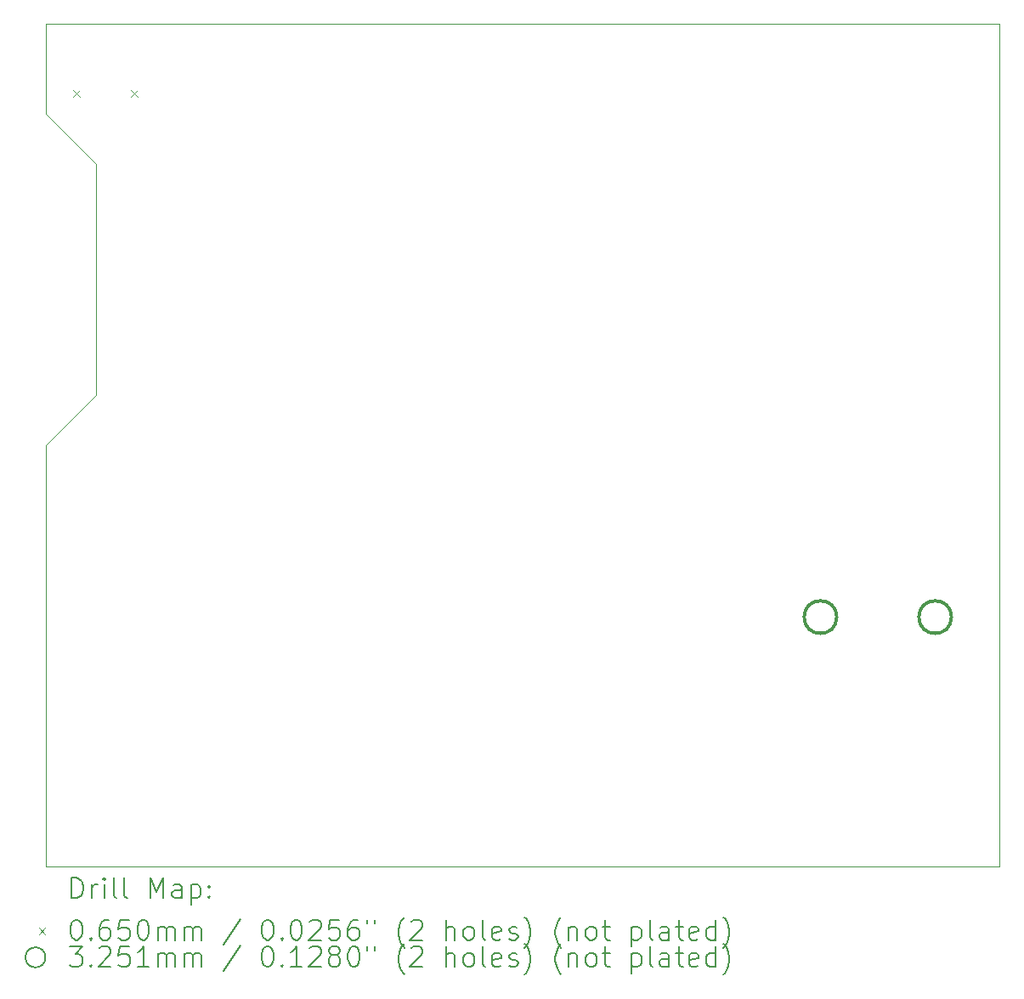
<source format=gbr>
%TF.GenerationSoftware,KiCad,Pcbnew,8.0.6-8.0.6-0~ubuntu24.04.1*%
%TF.CreationDate,2024-10-19T21:07:49+02:00*%
%TF.ProjectId,ESP_PLC,4553505f-504c-4432-9e6b-696361645f70,rev?*%
%TF.SameCoordinates,Original*%
%TF.FileFunction,Drillmap*%
%TF.FilePolarity,Positive*%
%FSLAX45Y45*%
G04 Gerber Fmt 4.5, Leading zero omitted, Abs format (unit mm)*
G04 Created by KiCad (PCBNEW 8.0.6-8.0.6-0~ubuntu24.04.1) date 2024-10-19 21:07:49*
%MOMM*%
%LPD*%
G01*
G04 APERTURE LIST*
%ADD10C,0.050000*%
%ADD11C,0.200000*%
%ADD12C,0.100000*%
%ADD13C,0.325120*%
G04 APERTURE END LIST*
D10*
X14200000Y-8100000D02*
X14200000Y-10400000D01*
X13700000Y-10900000D02*
X14200000Y-10400000D01*
X13700000Y-7600000D02*
X14200000Y-8100000D01*
X23200000Y-6700000D02*
X13700000Y-6700000D01*
X23200000Y-6700000D02*
X23200000Y-15100000D01*
X13700000Y-15100000D02*
X23200000Y-15100000D01*
X13700000Y-7600000D02*
X13700000Y-6700000D01*
X13700000Y-10900000D02*
X13700000Y-15100000D01*
D11*
D12*
X13973500Y-7365500D02*
X14038500Y-7430500D01*
X14038500Y-7365500D02*
X13973500Y-7430500D01*
X14551500Y-7365500D02*
X14616500Y-7430500D01*
X14616500Y-7365500D02*
X14551500Y-7430500D01*
D13*
X21581560Y-12614500D02*
G75*
G02*
X21256440Y-12614500I-162560J0D01*
G01*
X21256440Y-12614500D02*
G75*
G02*
X21581560Y-12614500I162560J0D01*
G01*
X22724560Y-12614500D02*
G75*
G02*
X22399440Y-12614500I-162560J0D01*
G01*
X22399440Y-12614500D02*
G75*
G02*
X22724560Y-12614500I162560J0D01*
G01*
D11*
X13958277Y-15413984D02*
X13958277Y-15213984D01*
X13958277Y-15213984D02*
X14005896Y-15213984D01*
X14005896Y-15213984D02*
X14034467Y-15223508D01*
X14034467Y-15223508D02*
X14053515Y-15242555D01*
X14053515Y-15242555D02*
X14063039Y-15261603D01*
X14063039Y-15261603D02*
X14072562Y-15299698D01*
X14072562Y-15299698D02*
X14072562Y-15328269D01*
X14072562Y-15328269D02*
X14063039Y-15366365D01*
X14063039Y-15366365D02*
X14053515Y-15385412D01*
X14053515Y-15385412D02*
X14034467Y-15404460D01*
X14034467Y-15404460D02*
X14005896Y-15413984D01*
X14005896Y-15413984D02*
X13958277Y-15413984D01*
X14158277Y-15413984D02*
X14158277Y-15280650D01*
X14158277Y-15318746D02*
X14167801Y-15299698D01*
X14167801Y-15299698D02*
X14177324Y-15290174D01*
X14177324Y-15290174D02*
X14196372Y-15280650D01*
X14196372Y-15280650D02*
X14215420Y-15280650D01*
X14282086Y-15413984D02*
X14282086Y-15280650D01*
X14282086Y-15213984D02*
X14272562Y-15223508D01*
X14272562Y-15223508D02*
X14282086Y-15233031D01*
X14282086Y-15233031D02*
X14291610Y-15223508D01*
X14291610Y-15223508D02*
X14282086Y-15213984D01*
X14282086Y-15213984D02*
X14282086Y-15233031D01*
X14405896Y-15413984D02*
X14386848Y-15404460D01*
X14386848Y-15404460D02*
X14377324Y-15385412D01*
X14377324Y-15385412D02*
X14377324Y-15213984D01*
X14510658Y-15413984D02*
X14491610Y-15404460D01*
X14491610Y-15404460D02*
X14482086Y-15385412D01*
X14482086Y-15385412D02*
X14482086Y-15213984D01*
X14739229Y-15413984D02*
X14739229Y-15213984D01*
X14739229Y-15213984D02*
X14805896Y-15356841D01*
X14805896Y-15356841D02*
X14872562Y-15213984D01*
X14872562Y-15213984D02*
X14872562Y-15413984D01*
X15053515Y-15413984D02*
X15053515Y-15309222D01*
X15053515Y-15309222D02*
X15043991Y-15290174D01*
X15043991Y-15290174D02*
X15024943Y-15280650D01*
X15024943Y-15280650D02*
X14986848Y-15280650D01*
X14986848Y-15280650D02*
X14967801Y-15290174D01*
X15053515Y-15404460D02*
X15034467Y-15413984D01*
X15034467Y-15413984D02*
X14986848Y-15413984D01*
X14986848Y-15413984D02*
X14967801Y-15404460D01*
X14967801Y-15404460D02*
X14958277Y-15385412D01*
X14958277Y-15385412D02*
X14958277Y-15366365D01*
X14958277Y-15366365D02*
X14967801Y-15347317D01*
X14967801Y-15347317D02*
X14986848Y-15337793D01*
X14986848Y-15337793D02*
X15034467Y-15337793D01*
X15034467Y-15337793D02*
X15053515Y-15328269D01*
X15148753Y-15280650D02*
X15148753Y-15480650D01*
X15148753Y-15290174D02*
X15167801Y-15280650D01*
X15167801Y-15280650D02*
X15205896Y-15280650D01*
X15205896Y-15280650D02*
X15224943Y-15290174D01*
X15224943Y-15290174D02*
X15234467Y-15299698D01*
X15234467Y-15299698D02*
X15243991Y-15318746D01*
X15243991Y-15318746D02*
X15243991Y-15375888D01*
X15243991Y-15375888D02*
X15234467Y-15394936D01*
X15234467Y-15394936D02*
X15224943Y-15404460D01*
X15224943Y-15404460D02*
X15205896Y-15413984D01*
X15205896Y-15413984D02*
X15167801Y-15413984D01*
X15167801Y-15413984D02*
X15148753Y-15404460D01*
X15329705Y-15394936D02*
X15339229Y-15404460D01*
X15339229Y-15404460D02*
X15329705Y-15413984D01*
X15329705Y-15413984D02*
X15320182Y-15404460D01*
X15320182Y-15404460D02*
X15329705Y-15394936D01*
X15329705Y-15394936D02*
X15329705Y-15413984D01*
X15329705Y-15290174D02*
X15339229Y-15299698D01*
X15339229Y-15299698D02*
X15329705Y-15309222D01*
X15329705Y-15309222D02*
X15320182Y-15299698D01*
X15320182Y-15299698D02*
X15329705Y-15290174D01*
X15329705Y-15290174D02*
X15329705Y-15309222D01*
D12*
X13632500Y-15710000D02*
X13697500Y-15775000D01*
X13697500Y-15710000D02*
X13632500Y-15775000D01*
D11*
X13996372Y-15633984D02*
X14015420Y-15633984D01*
X14015420Y-15633984D02*
X14034467Y-15643508D01*
X14034467Y-15643508D02*
X14043991Y-15653031D01*
X14043991Y-15653031D02*
X14053515Y-15672079D01*
X14053515Y-15672079D02*
X14063039Y-15710174D01*
X14063039Y-15710174D02*
X14063039Y-15757793D01*
X14063039Y-15757793D02*
X14053515Y-15795888D01*
X14053515Y-15795888D02*
X14043991Y-15814936D01*
X14043991Y-15814936D02*
X14034467Y-15824460D01*
X14034467Y-15824460D02*
X14015420Y-15833984D01*
X14015420Y-15833984D02*
X13996372Y-15833984D01*
X13996372Y-15833984D02*
X13977324Y-15824460D01*
X13977324Y-15824460D02*
X13967801Y-15814936D01*
X13967801Y-15814936D02*
X13958277Y-15795888D01*
X13958277Y-15795888D02*
X13948753Y-15757793D01*
X13948753Y-15757793D02*
X13948753Y-15710174D01*
X13948753Y-15710174D02*
X13958277Y-15672079D01*
X13958277Y-15672079D02*
X13967801Y-15653031D01*
X13967801Y-15653031D02*
X13977324Y-15643508D01*
X13977324Y-15643508D02*
X13996372Y-15633984D01*
X14148753Y-15814936D02*
X14158277Y-15824460D01*
X14158277Y-15824460D02*
X14148753Y-15833984D01*
X14148753Y-15833984D02*
X14139229Y-15824460D01*
X14139229Y-15824460D02*
X14148753Y-15814936D01*
X14148753Y-15814936D02*
X14148753Y-15833984D01*
X14329705Y-15633984D02*
X14291610Y-15633984D01*
X14291610Y-15633984D02*
X14272562Y-15643508D01*
X14272562Y-15643508D02*
X14263039Y-15653031D01*
X14263039Y-15653031D02*
X14243991Y-15681603D01*
X14243991Y-15681603D02*
X14234467Y-15719698D01*
X14234467Y-15719698D02*
X14234467Y-15795888D01*
X14234467Y-15795888D02*
X14243991Y-15814936D01*
X14243991Y-15814936D02*
X14253515Y-15824460D01*
X14253515Y-15824460D02*
X14272562Y-15833984D01*
X14272562Y-15833984D02*
X14310658Y-15833984D01*
X14310658Y-15833984D02*
X14329705Y-15824460D01*
X14329705Y-15824460D02*
X14339229Y-15814936D01*
X14339229Y-15814936D02*
X14348753Y-15795888D01*
X14348753Y-15795888D02*
X14348753Y-15748269D01*
X14348753Y-15748269D02*
X14339229Y-15729222D01*
X14339229Y-15729222D02*
X14329705Y-15719698D01*
X14329705Y-15719698D02*
X14310658Y-15710174D01*
X14310658Y-15710174D02*
X14272562Y-15710174D01*
X14272562Y-15710174D02*
X14253515Y-15719698D01*
X14253515Y-15719698D02*
X14243991Y-15729222D01*
X14243991Y-15729222D02*
X14234467Y-15748269D01*
X14529705Y-15633984D02*
X14434467Y-15633984D01*
X14434467Y-15633984D02*
X14424943Y-15729222D01*
X14424943Y-15729222D02*
X14434467Y-15719698D01*
X14434467Y-15719698D02*
X14453515Y-15710174D01*
X14453515Y-15710174D02*
X14501134Y-15710174D01*
X14501134Y-15710174D02*
X14520182Y-15719698D01*
X14520182Y-15719698D02*
X14529705Y-15729222D01*
X14529705Y-15729222D02*
X14539229Y-15748269D01*
X14539229Y-15748269D02*
X14539229Y-15795888D01*
X14539229Y-15795888D02*
X14529705Y-15814936D01*
X14529705Y-15814936D02*
X14520182Y-15824460D01*
X14520182Y-15824460D02*
X14501134Y-15833984D01*
X14501134Y-15833984D02*
X14453515Y-15833984D01*
X14453515Y-15833984D02*
X14434467Y-15824460D01*
X14434467Y-15824460D02*
X14424943Y-15814936D01*
X14663039Y-15633984D02*
X14682086Y-15633984D01*
X14682086Y-15633984D02*
X14701134Y-15643508D01*
X14701134Y-15643508D02*
X14710658Y-15653031D01*
X14710658Y-15653031D02*
X14720182Y-15672079D01*
X14720182Y-15672079D02*
X14729705Y-15710174D01*
X14729705Y-15710174D02*
X14729705Y-15757793D01*
X14729705Y-15757793D02*
X14720182Y-15795888D01*
X14720182Y-15795888D02*
X14710658Y-15814936D01*
X14710658Y-15814936D02*
X14701134Y-15824460D01*
X14701134Y-15824460D02*
X14682086Y-15833984D01*
X14682086Y-15833984D02*
X14663039Y-15833984D01*
X14663039Y-15833984D02*
X14643991Y-15824460D01*
X14643991Y-15824460D02*
X14634467Y-15814936D01*
X14634467Y-15814936D02*
X14624943Y-15795888D01*
X14624943Y-15795888D02*
X14615420Y-15757793D01*
X14615420Y-15757793D02*
X14615420Y-15710174D01*
X14615420Y-15710174D02*
X14624943Y-15672079D01*
X14624943Y-15672079D02*
X14634467Y-15653031D01*
X14634467Y-15653031D02*
X14643991Y-15643508D01*
X14643991Y-15643508D02*
X14663039Y-15633984D01*
X14815420Y-15833984D02*
X14815420Y-15700650D01*
X14815420Y-15719698D02*
X14824943Y-15710174D01*
X14824943Y-15710174D02*
X14843991Y-15700650D01*
X14843991Y-15700650D02*
X14872563Y-15700650D01*
X14872563Y-15700650D02*
X14891610Y-15710174D01*
X14891610Y-15710174D02*
X14901134Y-15729222D01*
X14901134Y-15729222D02*
X14901134Y-15833984D01*
X14901134Y-15729222D02*
X14910658Y-15710174D01*
X14910658Y-15710174D02*
X14929705Y-15700650D01*
X14929705Y-15700650D02*
X14958277Y-15700650D01*
X14958277Y-15700650D02*
X14977324Y-15710174D01*
X14977324Y-15710174D02*
X14986848Y-15729222D01*
X14986848Y-15729222D02*
X14986848Y-15833984D01*
X15082086Y-15833984D02*
X15082086Y-15700650D01*
X15082086Y-15719698D02*
X15091610Y-15710174D01*
X15091610Y-15710174D02*
X15110658Y-15700650D01*
X15110658Y-15700650D02*
X15139229Y-15700650D01*
X15139229Y-15700650D02*
X15158277Y-15710174D01*
X15158277Y-15710174D02*
X15167801Y-15729222D01*
X15167801Y-15729222D02*
X15167801Y-15833984D01*
X15167801Y-15729222D02*
X15177324Y-15710174D01*
X15177324Y-15710174D02*
X15196372Y-15700650D01*
X15196372Y-15700650D02*
X15224943Y-15700650D01*
X15224943Y-15700650D02*
X15243991Y-15710174D01*
X15243991Y-15710174D02*
X15253515Y-15729222D01*
X15253515Y-15729222D02*
X15253515Y-15833984D01*
X15643991Y-15624460D02*
X15472563Y-15881603D01*
X15901134Y-15633984D02*
X15920182Y-15633984D01*
X15920182Y-15633984D02*
X15939229Y-15643508D01*
X15939229Y-15643508D02*
X15948753Y-15653031D01*
X15948753Y-15653031D02*
X15958277Y-15672079D01*
X15958277Y-15672079D02*
X15967801Y-15710174D01*
X15967801Y-15710174D02*
X15967801Y-15757793D01*
X15967801Y-15757793D02*
X15958277Y-15795888D01*
X15958277Y-15795888D02*
X15948753Y-15814936D01*
X15948753Y-15814936D02*
X15939229Y-15824460D01*
X15939229Y-15824460D02*
X15920182Y-15833984D01*
X15920182Y-15833984D02*
X15901134Y-15833984D01*
X15901134Y-15833984D02*
X15882086Y-15824460D01*
X15882086Y-15824460D02*
X15872563Y-15814936D01*
X15872563Y-15814936D02*
X15863039Y-15795888D01*
X15863039Y-15795888D02*
X15853515Y-15757793D01*
X15853515Y-15757793D02*
X15853515Y-15710174D01*
X15853515Y-15710174D02*
X15863039Y-15672079D01*
X15863039Y-15672079D02*
X15872563Y-15653031D01*
X15872563Y-15653031D02*
X15882086Y-15643508D01*
X15882086Y-15643508D02*
X15901134Y-15633984D01*
X16053515Y-15814936D02*
X16063039Y-15824460D01*
X16063039Y-15824460D02*
X16053515Y-15833984D01*
X16053515Y-15833984D02*
X16043991Y-15824460D01*
X16043991Y-15824460D02*
X16053515Y-15814936D01*
X16053515Y-15814936D02*
X16053515Y-15833984D01*
X16186848Y-15633984D02*
X16205896Y-15633984D01*
X16205896Y-15633984D02*
X16224944Y-15643508D01*
X16224944Y-15643508D02*
X16234467Y-15653031D01*
X16234467Y-15653031D02*
X16243991Y-15672079D01*
X16243991Y-15672079D02*
X16253515Y-15710174D01*
X16253515Y-15710174D02*
X16253515Y-15757793D01*
X16253515Y-15757793D02*
X16243991Y-15795888D01*
X16243991Y-15795888D02*
X16234467Y-15814936D01*
X16234467Y-15814936D02*
X16224944Y-15824460D01*
X16224944Y-15824460D02*
X16205896Y-15833984D01*
X16205896Y-15833984D02*
X16186848Y-15833984D01*
X16186848Y-15833984D02*
X16167801Y-15824460D01*
X16167801Y-15824460D02*
X16158277Y-15814936D01*
X16158277Y-15814936D02*
X16148753Y-15795888D01*
X16148753Y-15795888D02*
X16139229Y-15757793D01*
X16139229Y-15757793D02*
X16139229Y-15710174D01*
X16139229Y-15710174D02*
X16148753Y-15672079D01*
X16148753Y-15672079D02*
X16158277Y-15653031D01*
X16158277Y-15653031D02*
X16167801Y-15643508D01*
X16167801Y-15643508D02*
X16186848Y-15633984D01*
X16329706Y-15653031D02*
X16339229Y-15643508D01*
X16339229Y-15643508D02*
X16358277Y-15633984D01*
X16358277Y-15633984D02*
X16405896Y-15633984D01*
X16405896Y-15633984D02*
X16424944Y-15643508D01*
X16424944Y-15643508D02*
X16434467Y-15653031D01*
X16434467Y-15653031D02*
X16443991Y-15672079D01*
X16443991Y-15672079D02*
X16443991Y-15691127D01*
X16443991Y-15691127D02*
X16434467Y-15719698D01*
X16434467Y-15719698D02*
X16320182Y-15833984D01*
X16320182Y-15833984D02*
X16443991Y-15833984D01*
X16624944Y-15633984D02*
X16529706Y-15633984D01*
X16529706Y-15633984D02*
X16520182Y-15729222D01*
X16520182Y-15729222D02*
X16529706Y-15719698D01*
X16529706Y-15719698D02*
X16548753Y-15710174D01*
X16548753Y-15710174D02*
X16596372Y-15710174D01*
X16596372Y-15710174D02*
X16615420Y-15719698D01*
X16615420Y-15719698D02*
X16624944Y-15729222D01*
X16624944Y-15729222D02*
X16634467Y-15748269D01*
X16634467Y-15748269D02*
X16634467Y-15795888D01*
X16634467Y-15795888D02*
X16624944Y-15814936D01*
X16624944Y-15814936D02*
X16615420Y-15824460D01*
X16615420Y-15824460D02*
X16596372Y-15833984D01*
X16596372Y-15833984D02*
X16548753Y-15833984D01*
X16548753Y-15833984D02*
X16529706Y-15824460D01*
X16529706Y-15824460D02*
X16520182Y-15814936D01*
X16805896Y-15633984D02*
X16767801Y-15633984D01*
X16767801Y-15633984D02*
X16748753Y-15643508D01*
X16748753Y-15643508D02*
X16739229Y-15653031D01*
X16739229Y-15653031D02*
X16720182Y-15681603D01*
X16720182Y-15681603D02*
X16710658Y-15719698D01*
X16710658Y-15719698D02*
X16710658Y-15795888D01*
X16710658Y-15795888D02*
X16720182Y-15814936D01*
X16720182Y-15814936D02*
X16729706Y-15824460D01*
X16729706Y-15824460D02*
X16748753Y-15833984D01*
X16748753Y-15833984D02*
X16786849Y-15833984D01*
X16786849Y-15833984D02*
X16805896Y-15824460D01*
X16805896Y-15824460D02*
X16815420Y-15814936D01*
X16815420Y-15814936D02*
X16824944Y-15795888D01*
X16824944Y-15795888D02*
X16824944Y-15748269D01*
X16824944Y-15748269D02*
X16815420Y-15729222D01*
X16815420Y-15729222D02*
X16805896Y-15719698D01*
X16805896Y-15719698D02*
X16786849Y-15710174D01*
X16786849Y-15710174D02*
X16748753Y-15710174D01*
X16748753Y-15710174D02*
X16729706Y-15719698D01*
X16729706Y-15719698D02*
X16720182Y-15729222D01*
X16720182Y-15729222D02*
X16710658Y-15748269D01*
X16901134Y-15633984D02*
X16901134Y-15672079D01*
X16977325Y-15633984D02*
X16977325Y-15672079D01*
X17272563Y-15910174D02*
X17263039Y-15900650D01*
X17263039Y-15900650D02*
X17243991Y-15872079D01*
X17243991Y-15872079D02*
X17234468Y-15853031D01*
X17234468Y-15853031D02*
X17224944Y-15824460D01*
X17224944Y-15824460D02*
X17215420Y-15776841D01*
X17215420Y-15776841D02*
X17215420Y-15738746D01*
X17215420Y-15738746D02*
X17224944Y-15691127D01*
X17224944Y-15691127D02*
X17234468Y-15662555D01*
X17234468Y-15662555D02*
X17243991Y-15643508D01*
X17243991Y-15643508D02*
X17263039Y-15614936D01*
X17263039Y-15614936D02*
X17272563Y-15605412D01*
X17339230Y-15653031D02*
X17348753Y-15643508D01*
X17348753Y-15643508D02*
X17367801Y-15633984D01*
X17367801Y-15633984D02*
X17415420Y-15633984D01*
X17415420Y-15633984D02*
X17434468Y-15643508D01*
X17434468Y-15643508D02*
X17443991Y-15653031D01*
X17443991Y-15653031D02*
X17453515Y-15672079D01*
X17453515Y-15672079D02*
X17453515Y-15691127D01*
X17453515Y-15691127D02*
X17443991Y-15719698D01*
X17443991Y-15719698D02*
X17329706Y-15833984D01*
X17329706Y-15833984D02*
X17453515Y-15833984D01*
X17691611Y-15833984D02*
X17691611Y-15633984D01*
X17777325Y-15833984D02*
X17777325Y-15729222D01*
X17777325Y-15729222D02*
X17767801Y-15710174D01*
X17767801Y-15710174D02*
X17748753Y-15700650D01*
X17748753Y-15700650D02*
X17720182Y-15700650D01*
X17720182Y-15700650D02*
X17701134Y-15710174D01*
X17701134Y-15710174D02*
X17691611Y-15719698D01*
X17901134Y-15833984D02*
X17882087Y-15824460D01*
X17882087Y-15824460D02*
X17872563Y-15814936D01*
X17872563Y-15814936D02*
X17863039Y-15795888D01*
X17863039Y-15795888D02*
X17863039Y-15738746D01*
X17863039Y-15738746D02*
X17872563Y-15719698D01*
X17872563Y-15719698D02*
X17882087Y-15710174D01*
X17882087Y-15710174D02*
X17901134Y-15700650D01*
X17901134Y-15700650D02*
X17929706Y-15700650D01*
X17929706Y-15700650D02*
X17948753Y-15710174D01*
X17948753Y-15710174D02*
X17958277Y-15719698D01*
X17958277Y-15719698D02*
X17967801Y-15738746D01*
X17967801Y-15738746D02*
X17967801Y-15795888D01*
X17967801Y-15795888D02*
X17958277Y-15814936D01*
X17958277Y-15814936D02*
X17948753Y-15824460D01*
X17948753Y-15824460D02*
X17929706Y-15833984D01*
X17929706Y-15833984D02*
X17901134Y-15833984D01*
X18082087Y-15833984D02*
X18063039Y-15824460D01*
X18063039Y-15824460D02*
X18053515Y-15805412D01*
X18053515Y-15805412D02*
X18053515Y-15633984D01*
X18234468Y-15824460D02*
X18215420Y-15833984D01*
X18215420Y-15833984D02*
X18177325Y-15833984D01*
X18177325Y-15833984D02*
X18158277Y-15824460D01*
X18158277Y-15824460D02*
X18148753Y-15805412D01*
X18148753Y-15805412D02*
X18148753Y-15729222D01*
X18148753Y-15729222D02*
X18158277Y-15710174D01*
X18158277Y-15710174D02*
X18177325Y-15700650D01*
X18177325Y-15700650D02*
X18215420Y-15700650D01*
X18215420Y-15700650D02*
X18234468Y-15710174D01*
X18234468Y-15710174D02*
X18243992Y-15729222D01*
X18243992Y-15729222D02*
X18243992Y-15748269D01*
X18243992Y-15748269D02*
X18148753Y-15767317D01*
X18320182Y-15824460D02*
X18339230Y-15833984D01*
X18339230Y-15833984D02*
X18377325Y-15833984D01*
X18377325Y-15833984D02*
X18396373Y-15824460D01*
X18396373Y-15824460D02*
X18405896Y-15805412D01*
X18405896Y-15805412D02*
X18405896Y-15795888D01*
X18405896Y-15795888D02*
X18396373Y-15776841D01*
X18396373Y-15776841D02*
X18377325Y-15767317D01*
X18377325Y-15767317D02*
X18348753Y-15767317D01*
X18348753Y-15767317D02*
X18329706Y-15757793D01*
X18329706Y-15757793D02*
X18320182Y-15738746D01*
X18320182Y-15738746D02*
X18320182Y-15729222D01*
X18320182Y-15729222D02*
X18329706Y-15710174D01*
X18329706Y-15710174D02*
X18348753Y-15700650D01*
X18348753Y-15700650D02*
X18377325Y-15700650D01*
X18377325Y-15700650D02*
X18396373Y-15710174D01*
X18472563Y-15910174D02*
X18482087Y-15900650D01*
X18482087Y-15900650D02*
X18501134Y-15872079D01*
X18501134Y-15872079D02*
X18510658Y-15853031D01*
X18510658Y-15853031D02*
X18520182Y-15824460D01*
X18520182Y-15824460D02*
X18529706Y-15776841D01*
X18529706Y-15776841D02*
X18529706Y-15738746D01*
X18529706Y-15738746D02*
X18520182Y-15691127D01*
X18520182Y-15691127D02*
X18510658Y-15662555D01*
X18510658Y-15662555D02*
X18501134Y-15643508D01*
X18501134Y-15643508D02*
X18482087Y-15614936D01*
X18482087Y-15614936D02*
X18472563Y-15605412D01*
X18834468Y-15910174D02*
X18824944Y-15900650D01*
X18824944Y-15900650D02*
X18805896Y-15872079D01*
X18805896Y-15872079D02*
X18796373Y-15853031D01*
X18796373Y-15853031D02*
X18786849Y-15824460D01*
X18786849Y-15824460D02*
X18777325Y-15776841D01*
X18777325Y-15776841D02*
X18777325Y-15738746D01*
X18777325Y-15738746D02*
X18786849Y-15691127D01*
X18786849Y-15691127D02*
X18796373Y-15662555D01*
X18796373Y-15662555D02*
X18805896Y-15643508D01*
X18805896Y-15643508D02*
X18824944Y-15614936D01*
X18824944Y-15614936D02*
X18834468Y-15605412D01*
X18910658Y-15700650D02*
X18910658Y-15833984D01*
X18910658Y-15719698D02*
X18920182Y-15710174D01*
X18920182Y-15710174D02*
X18939230Y-15700650D01*
X18939230Y-15700650D02*
X18967801Y-15700650D01*
X18967801Y-15700650D02*
X18986849Y-15710174D01*
X18986849Y-15710174D02*
X18996373Y-15729222D01*
X18996373Y-15729222D02*
X18996373Y-15833984D01*
X19120182Y-15833984D02*
X19101134Y-15824460D01*
X19101134Y-15824460D02*
X19091611Y-15814936D01*
X19091611Y-15814936D02*
X19082087Y-15795888D01*
X19082087Y-15795888D02*
X19082087Y-15738746D01*
X19082087Y-15738746D02*
X19091611Y-15719698D01*
X19091611Y-15719698D02*
X19101134Y-15710174D01*
X19101134Y-15710174D02*
X19120182Y-15700650D01*
X19120182Y-15700650D02*
X19148754Y-15700650D01*
X19148754Y-15700650D02*
X19167801Y-15710174D01*
X19167801Y-15710174D02*
X19177325Y-15719698D01*
X19177325Y-15719698D02*
X19186849Y-15738746D01*
X19186849Y-15738746D02*
X19186849Y-15795888D01*
X19186849Y-15795888D02*
X19177325Y-15814936D01*
X19177325Y-15814936D02*
X19167801Y-15824460D01*
X19167801Y-15824460D02*
X19148754Y-15833984D01*
X19148754Y-15833984D02*
X19120182Y-15833984D01*
X19243992Y-15700650D02*
X19320182Y-15700650D01*
X19272563Y-15633984D02*
X19272563Y-15805412D01*
X19272563Y-15805412D02*
X19282087Y-15824460D01*
X19282087Y-15824460D02*
X19301134Y-15833984D01*
X19301134Y-15833984D02*
X19320182Y-15833984D01*
X19539230Y-15700650D02*
X19539230Y-15900650D01*
X19539230Y-15710174D02*
X19558277Y-15700650D01*
X19558277Y-15700650D02*
X19596373Y-15700650D01*
X19596373Y-15700650D02*
X19615420Y-15710174D01*
X19615420Y-15710174D02*
X19624944Y-15719698D01*
X19624944Y-15719698D02*
X19634468Y-15738746D01*
X19634468Y-15738746D02*
X19634468Y-15795888D01*
X19634468Y-15795888D02*
X19624944Y-15814936D01*
X19624944Y-15814936D02*
X19615420Y-15824460D01*
X19615420Y-15824460D02*
X19596373Y-15833984D01*
X19596373Y-15833984D02*
X19558277Y-15833984D01*
X19558277Y-15833984D02*
X19539230Y-15824460D01*
X19748754Y-15833984D02*
X19729706Y-15824460D01*
X19729706Y-15824460D02*
X19720182Y-15805412D01*
X19720182Y-15805412D02*
X19720182Y-15633984D01*
X19910658Y-15833984D02*
X19910658Y-15729222D01*
X19910658Y-15729222D02*
X19901135Y-15710174D01*
X19901135Y-15710174D02*
X19882087Y-15700650D01*
X19882087Y-15700650D02*
X19843992Y-15700650D01*
X19843992Y-15700650D02*
X19824944Y-15710174D01*
X19910658Y-15824460D02*
X19891611Y-15833984D01*
X19891611Y-15833984D02*
X19843992Y-15833984D01*
X19843992Y-15833984D02*
X19824944Y-15824460D01*
X19824944Y-15824460D02*
X19815420Y-15805412D01*
X19815420Y-15805412D02*
X19815420Y-15786365D01*
X19815420Y-15786365D02*
X19824944Y-15767317D01*
X19824944Y-15767317D02*
X19843992Y-15757793D01*
X19843992Y-15757793D02*
X19891611Y-15757793D01*
X19891611Y-15757793D02*
X19910658Y-15748269D01*
X19977325Y-15700650D02*
X20053515Y-15700650D01*
X20005896Y-15633984D02*
X20005896Y-15805412D01*
X20005896Y-15805412D02*
X20015420Y-15824460D01*
X20015420Y-15824460D02*
X20034468Y-15833984D01*
X20034468Y-15833984D02*
X20053515Y-15833984D01*
X20196373Y-15824460D02*
X20177325Y-15833984D01*
X20177325Y-15833984D02*
X20139230Y-15833984D01*
X20139230Y-15833984D02*
X20120182Y-15824460D01*
X20120182Y-15824460D02*
X20110658Y-15805412D01*
X20110658Y-15805412D02*
X20110658Y-15729222D01*
X20110658Y-15729222D02*
X20120182Y-15710174D01*
X20120182Y-15710174D02*
X20139230Y-15700650D01*
X20139230Y-15700650D02*
X20177325Y-15700650D01*
X20177325Y-15700650D02*
X20196373Y-15710174D01*
X20196373Y-15710174D02*
X20205896Y-15729222D01*
X20205896Y-15729222D02*
X20205896Y-15748269D01*
X20205896Y-15748269D02*
X20110658Y-15767317D01*
X20377325Y-15833984D02*
X20377325Y-15633984D01*
X20377325Y-15824460D02*
X20358277Y-15833984D01*
X20358277Y-15833984D02*
X20320182Y-15833984D01*
X20320182Y-15833984D02*
X20301135Y-15824460D01*
X20301135Y-15824460D02*
X20291611Y-15814936D01*
X20291611Y-15814936D02*
X20282087Y-15795888D01*
X20282087Y-15795888D02*
X20282087Y-15738746D01*
X20282087Y-15738746D02*
X20291611Y-15719698D01*
X20291611Y-15719698D02*
X20301135Y-15710174D01*
X20301135Y-15710174D02*
X20320182Y-15700650D01*
X20320182Y-15700650D02*
X20358277Y-15700650D01*
X20358277Y-15700650D02*
X20377325Y-15710174D01*
X20453516Y-15910174D02*
X20463039Y-15900650D01*
X20463039Y-15900650D02*
X20482087Y-15872079D01*
X20482087Y-15872079D02*
X20491611Y-15853031D01*
X20491611Y-15853031D02*
X20501135Y-15824460D01*
X20501135Y-15824460D02*
X20510658Y-15776841D01*
X20510658Y-15776841D02*
X20510658Y-15738746D01*
X20510658Y-15738746D02*
X20501135Y-15691127D01*
X20501135Y-15691127D02*
X20491611Y-15662555D01*
X20491611Y-15662555D02*
X20482087Y-15643508D01*
X20482087Y-15643508D02*
X20463039Y-15614936D01*
X20463039Y-15614936D02*
X20453516Y-15605412D01*
X13697500Y-16006500D02*
G75*
G02*
X13497500Y-16006500I-100000J0D01*
G01*
X13497500Y-16006500D02*
G75*
G02*
X13697500Y-16006500I100000J0D01*
G01*
X13939229Y-15897984D02*
X14063039Y-15897984D01*
X14063039Y-15897984D02*
X13996372Y-15974174D01*
X13996372Y-15974174D02*
X14024943Y-15974174D01*
X14024943Y-15974174D02*
X14043991Y-15983698D01*
X14043991Y-15983698D02*
X14053515Y-15993222D01*
X14053515Y-15993222D02*
X14063039Y-16012269D01*
X14063039Y-16012269D02*
X14063039Y-16059888D01*
X14063039Y-16059888D02*
X14053515Y-16078936D01*
X14053515Y-16078936D02*
X14043991Y-16088460D01*
X14043991Y-16088460D02*
X14024943Y-16097984D01*
X14024943Y-16097984D02*
X13967801Y-16097984D01*
X13967801Y-16097984D02*
X13948753Y-16088460D01*
X13948753Y-16088460D02*
X13939229Y-16078936D01*
X14148753Y-16078936D02*
X14158277Y-16088460D01*
X14158277Y-16088460D02*
X14148753Y-16097984D01*
X14148753Y-16097984D02*
X14139229Y-16088460D01*
X14139229Y-16088460D02*
X14148753Y-16078936D01*
X14148753Y-16078936D02*
X14148753Y-16097984D01*
X14234467Y-15917031D02*
X14243991Y-15907508D01*
X14243991Y-15907508D02*
X14263039Y-15897984D01*
X14263039Y-15897984D02*
X14310658Y-15897984D01*
X14310658Y-15897984D02*
X14329705Y-15907508D01*
X14329705Y-15907508D02*
X14339229Y-15917031D01*
X14339229Y-15917031D02*
X14348753Y-15936079D01*
X14348753Y-15936079D02*
X14348753Y-15955127D01*
X14348753Y-15955127D02*
X14339229Y-15983698D01*
X14339229Y-15983698D02*
X14224943Y-16097984D01*
X14224943Y-16097984D02*
X14348753Y-16097984D01*
X14529705Y-15897984D02*
X14434467Y-15897984D01*
X14434467Y-15897984D02*
X14424943Y-15993222D01*
X14424943Y-15993222D02*
X14434467Y-15983698D01*
X14434467Y-15983698D02*
X14453515Y-15974174D01*
X14453515Y-15974174D02*
X14501134Y-15974174D01*
X14501134Y-15974174D02*
X14520182Y-15983698D01*
X14520182Y-15983698D02*
X14529705Y-15993222D01*
X14529705Y-15993222D02*
X14539229Y-16012269D01*
X14539229Y-16012269D02*
X14539229Y-16059888D01*
X14539229Y-16059888D02*
X14529705Y-16078936D01*
X14529705Y-16078936D02*
X14520182Y-16088460D01*
X14520182Y-16088460D02*
X14501134Y-16097984D01*
X14501134Y-16097984D02*
X14453515Y-16097984D01*
X14453515Y-16097984D02*
X14434467Y-16088460D01*
X14434467Y-16088460D02*
X14424943Y-16078936D01*
X14729705Y-16097984D02*
X14615420Y-16097984D01*
X14672562Y-16097984D02*
X14672562Y-15897984D01*
X14672562Y-15897984D02*
X14653515Y-15926555D01*
X14653515Y-15926555D02*
X14634467Y-15945603D01*
X14634467Y-15945603D02*
X14615420Y-15955127D01*
X14815420Y-16097984D02*
X14815420Y-15964650D01*
X14815420Y-15983698D02*
X14824943Y-15974174D01*
X14824943Y-15974174D02*
X14843991Y-15964650D01*
X14843991Y-15964650D02*
X14872563Y-15964650D01*
X14872563Y-15964650D02*
X14891610Y-15974174D01*
X14891610Y-15974174D02*
X14901134Y-15993222D01*
X14901134Y-15993222D02*
X14901134Y-16097984D01*
X14901134Y-15993222D02*
X14910658Y-15974174D01*
X14910658Y-15974174D02*
X14929705Y-15964650D01*
X14929705Y-15964650D02*
X14958277Y-15964650D01*
X14958277Y-15964650D02*
X14977324Y-15974174D01*
X14977324Y-15974174D02*
X14986848Y-15993222D01*
X14986848Y-15993222D02*
X14986848Y-16097984D01*
X15082086Y-16097984D02*
X15082086Y-15964650D01*
X15082086Y-15983698D02*
X15091610Y-15974174D01*
X15091610Y-15974174D02*
X15110658Y-15964650D01*
X15110658Y-15964650D02*
X15139229Y-15964650D01*
X15139229Y-15964650D02*
X15158277Y-15974174D01*
X15158277Y-15974174D02*
X15167801Y-15993222D01*
X15167801Y-15993222D02*
X15167801Y-16097984D01*
X15167801Y-15993222D02*
X15177324Y-15974174D01*
X15177324Y-15974174D02*
X15196372Y-15964650D01*
X15196372Y-15964650D02*
X15224943Y-15964650D01*
X15224943Y-15964650D02*
X15243991Y-15974174D01*
X15243991Y-15974174D02*
X15253515Y-15993222D01*
X15253515Y-15993222D02*
X15253515Y-16097984D01*
X15643991Y-15888460D02*
X15472563Y-16145603D01*
X15901134Y-15897984D02*
X15920182Y-15897984D01*
X15920182Y-15897984D02*
X15939229Y-15907508D01*
X15939229Y-15907508D02*
X15948753Y-15917031D01*
X15948753Y-15917031D02*
X15958277Y-15936079D01*
X15958277Y-15936079D02*
X15967801Y-15974174D01*
X15967801Y-15974174D02*
X15967801Y-16021793D01*
X15967801Y-16021793D02*
X15958277Y-16059888D01*
X15958277Y-16059888D02*
X15948753Y-16078936D01*
X15948753Y-16078936D02*
X15939229Y-16088460D01*
X15939229Y-16088460D02*
X15920182Y-16097984D01*
X15920182Y-16097984D02*
X15901134Y-16097984D01*
X15901134Y-16097984D02*
X15882086Y-16088460D01*
X15882086Y-16088460D02*
X15872563Y-16078936D01*
X15872563Y-16078936D02*
X15863039Y-16059888D01*
X15863039Y-16059888D02*
X15853515Y-16021793D01*
X15853515Y-16021793D02*
X15853515Y-15974174D01*
X15853515Y-15974174D02*
X15863039Y-15936079D01*
X15863039Y-15936079D02*
X15872563Y-15917031D01*
X15872563Y-15917031D02*
X15882086Y-15907508D01*
X15882086Y-15907508D02*
X15901134Y-15897984D01*
X16053515Y-16078936D02*
X16063039Y-16088460D01*
X16063039Y-16088460D02*
X16053515Y-16097984D01*
X16053515Y-16097984D02*
X16043991Y-16088460D01*
X16043991Y-16088460D02*
X16053515Y-16078936D01*
X16053515Y-16078936D02*
X16053515Y-16097984D01*
X16253515Y-16097984D02*
X16139229Y-16097984D01*
X16196372Y-16097984D02*
X16196372Y-15897984D01*
X16196372Y-15897984D02*
X16177325Y-15926555D01*
X16177325Y-15926555D02*
X16158277Y-15945603D01*
X16158277Y-15945603D02*
X16139229Y-15955127D01*
X16329706Y-15917031D02*
X16339229Y-15907508D01*
X16339229Y-15907508D02*
X16358277Y-15897984D01*
X16358277Y-15897984D02*
X16405896Y-15897984D01*
X16405896Y-15897984D02*
X16424944Y-15907508D01*
X16424944Y-15907508D02*
X16434467Y-15917031D01*
X16434467Y-15917031D02*
X16443991Y-15936079D01*
X16443991Y-15936079D02*
X16443991Y-15955127D01*
X16443991Y-15955127D02*
X16434467Y-15983698D01*
X16434467Y-15983698D02*
X16320182Y-16097984D01*
X16320182Y-16097984D02*
X16443991Y-16097984D01*
X16558277Y-15983698D02*
X16539229Y-15974174D01*
X16539229Y-15974174D02*
X16529706Y-15964650D01*
X16529706Y-15964650D02*
X16520182Y-15945603D01*
X16520182Y-15945603D02*
X16520182Y-15936079D01*
X16520182Y-15936079D02*
X16529706Y-15917031D01*
X16529706Y-15917031D02*
X16539229Y-15907508D01*
X16539229Y-15907508D02*
X16558277Y-15897984D01*
X16558277Y-15897984D02*
X16596372Y-15897984D01*
X16596372Y-15897984D02*
X16615420Y-15907508D01*
X16615420Y-15907508D02*
X16624944Y-15917031D01*
X16624944Y-15917031D02*
X16634467Y-15936079D01*
X16634467Y-15936079D02*
X16634467Y-15945603D01*
X16634467Y-15945603D02*
X16624944Y-15964650D01*
X16624944Y-15964650D02*
X16615420Y-15974174D01*
X16615420Y-15974174D02*
X16596372Y-15983698D01*
X16596372Y-15983698D02*
X16558277Y-15983698D01*
X16558277Y-15983698D02*
X16539229Y-15993222D01*
X16539229Y-15993222D02*
X16529706Y-16002746D01*
X16529706Y-16002746D02*
X16520182Y-16021793D01*
X16520182Y-16021793D02*
X16520182Y-16059888D01*
X16520182Y-16059888D02*
X16529706Y-16078936D01*
X16529706Y-16078936D02*
X16539229Y-16088460D01*
X16539229Y-16088460D02*
X16558277Y-16097984D01*
X16558277Y-16097984D02*
X16596372Y-16097984D01*
X16596372Y-16097984D02*
X16615420Y-16088460D01*
X16615420Y-16088460D02*
X16624944Y-16078936D01*
X16624944Y-16078936D02*
X16634467Y-16059888D01*
X16634467Y-16059888D02*
X16634467Y-16021793D01*
X16634467Y-16021793D02*
X16624944Y-16002746D01*
X16624944Y-16002746D02*
X16615420Y-15993222D01*
X16615420Y-15993222D02*
X16596372Y-15983698D01*
X16758277Y-15897984D02*
X16777325Y-15897984D01*
X16777325Y-15897984D02*
X16796372Y-15907508D01*
X16796372Y-15907508D02*
X16805896Y-15917031D01*
X16805896Y-15917031D02*
X16815420Y-15936079D01*
X16815420Y-15936079D02*
X16824944Y-15974174D01*
X16824944Y-15974174D02*
X16824944Y-16021793D01*
X16824944Y-16021793D02*
X16815420Y-16059888D01*
X16815420Y-16059888D02*
X16805896Y-16078936D01*
X16805896Y-16078936D02*
X16796372Y-16088460D01*
X16796372Y-16088460D02*
X16777325Y-16097984D01*
X16777325Y-16097984D02*
X16758277Y-16097984D01*
X16758277Y-16097984D02*
X16739229Y-16088460D01*
X16739229Y-16088460D02*
X16729706Y-16078936D01*
X16729706Y-16078936D02*
X16720182Y-16059888D01*
X16720182Y-16059888D02*
X16710658Y-16021793D01*
X16710658Y-16021793D02*
X16710658Y-15974174D01*
X16710658Y-15974174D02*
X16720182Y-15936079D01*
X16720182Y-15936079D02*
X16729706Y-15917031D01*
X16729706Y-15917031D02*
X16739229Y-15907508D01*
X16739229Y-15907508D02*
X16758277Y-15897984D01*
X16901134Y-15897984D02*
X16901134Y-15936079D01*
X16977325Y-15897984D02*
X16977325Y-15936079D01*
X17272563Y-16174174D02*
X17263039Y-16164650D01*
X17263039Y-16164650D02*
X17243991Y-16136079D01*
X17243991Y-16136079D02*
X17234468Y-16117031D01*
X17234468Y-16117031D02*
X17224944Y-16088460D01*
X17224944Y-16088460D02*
X17215420Y-16040841D01*
X17215420Y-16040841D02*
X17215420Y-16002746D01*
X17215420Y-16002746D02*
X17224944Y-15955127D01*
X17224944Y-15955127D02*
X17234468Y-15926555D01*
X17234468Y-15926555D02*
X17243991Y-15907508D01*
X17243991Y-15907508D02*
X17263039Y-15878936D01*
X17263039Y-15878936D02*
X17272563Y-15869412D01*
X17339230Y-15917031D02*
X17348753Y-15907508D01*
X17348753Y-15907508D02*
X17367801Y-15897984D01*
X17367801Y-15897984D02*
X17415420Y-15897984D01*
X17415420Y-15897984D02*
X17434468Y-15907508D01*
X17434468Y-15907508D02*
X17443991Y-15917031D01*
X17443991Y-15917031D02*
X17453515Y-15936079D01*
X17453515Y-15936079D02*
X17453515Y-15955127D01*
X17453515Y-15955127D02*
X17443991Y-15983698D01*
X17443991Y-15983698D02*
X17329706Y-16097984D01*
X17329706Y-16097984D02*
X17453515Y-16097984D01*
X17691611Y-16097984D02*
X17691611Y-15897984D01*
X17777325Y-16097984D02*
X17777325Y-15993222D01*
X17777325Y-15993222D02*
X17767801Y-15974174D01*
X17767801Y-15974174D02*
X17748753Y-15964650D01*
X17748753Y-15964650D02*
X17720182Y-15964650D01*
X17720182Y-15964650D02*
X17701134Y-15974174D01*
X17701134Y-15974174D02*
X17691611Y-15983698D01*
X17901134Y-16097984D02*
X17882087Y-16088460D01*
X17882087Y-16088460D02*
X17872563Y-16078936D01*
X17872563Y-16078936D02*
X17863039Y-16059888D01*
X17863039Y-16059888D02*
X17863039Y-16002746D01*
X17863039Y-16002746D02*
X17872563Y-15983698D01*
X17872563Y-15983698D02*
X17882087Y-15974174D01*
X17882087Y-15974174D02*
X17901134Y-15964650D01*
X17901134Y-15964650D02*
X17929706Y-15964650D01*
X17929706Y-15964650D02*
X17948753Y-15974174D01*
X17948753Y-15974174D02*
X17958277Y-15983698D01*
X17958277Y-15983698D02*
X17967801Y-16002746D01*
X17967801Y-16002746D02*
X17967801Y-16059888D01*
X17967801Y-16059888D02*
X17958277Y-16078936D01*
X17958277Y-16078936D02*
X17948753Y-16088460D01*
X17948753Y-16088460D02*
X17929706Y-16097984D01*
X17929706Y-16097984D02*
X17901134Y-16097984D01*
X18082087Y-16097984D02*
X18063039Y-16088460D01*
X18063039Y-16088460D02*
X18053515Y-16069412D01*
X18053515Y-16069412D02*
X18053515Y-15897984D01*
X18234468Y-16088460D02*
X18215420Y-16097984D01*
X18215420Y-16097984D02*
X18177325Y-16097984D01*
X18177325Y-16097984D02*
X18158277Y-16088460D01*
X18158277Y-16088460D02*
X18148753Y-16069412D01*
X18148753Y-16069412D02*
X18148753Y-15993222D01*
X18148753Y-15993222D02*
X18158277Y-15974174D01*
X18158277Y-15974174D02*
X18177325Y-15964650D01*
X18177325Y-15964650D02*
X18215420Y-15964650D01*
X18215420Y-15964650D02*
X18234468Y-15974174D01*
X18234468Y-15974174D02*
X18243992Y-15993222D01*
X18243992Y-15993222D02*
X18243992Y-16012269D01*
X18243992Y-16012269D02*
X18148753Y-16031317D01*
X18320182Y-16088460D02*
X18339230Y-16097984D01*
X18339230Y-16097984D02*
X18377325Y-16097984D01*
X18377325Y-16097984D02*
X18396373Y-16088460D01*
X18396373Y-16088460D02*
X18405896Y-16069412D01*
X18405896Y-16069412D02*
X18405896Y-16059888D01*
X18405896Y-16059888D02*
X18396373Y-16040841D01*
X18396373Y-16040841D02*
X18377325Y-16031317D01*
X18377325Y-16031317D02*
X18348753Y-16031317D01*
X18348753Y-16031317D02*
X18329706Y-16021793D01*
X18329706Y-16021793D02*
X18320182Y-16002746D01*
X18320182Y-16002746D02*
X18320182Y-15993222D01*
X18320182Y-15993222D02*
X18329706Y-15974174D01*
X18329706Y-15974174D02*
X18348753Y-15964650D01*
X18348753Y-15964650D02*
X18377325Y-15964650D01*
X18377325Y-15964650D02*
X18396373Y-15974174D01*
X18472563Y-16174174D02*
X18482087Y-16164650D01*
X18482087Y-16164650D02*
X18501134Y-16136079D01*
X18501134Y-16136079D02*
X18510658Y-16117031D01*
X18510658Y-16117031D02*
X18520182Y-16088460D01*
X18520182Y-16088460D02*
X18529706Y-16040841D01*
X18529706Y-16040841D02*
X18529706Y-16002746D01*
X18529706Y-16002746D02*
X18520182Y-15955127D01*
X18520182Y-15955127D02*
X18510658Y-15926555D01*
X18510658Y-15926555D02*
X18501134Y-15907508D01*
X18501134Y-15907508D02*
X18482087Y-15878936D01*
X18482087Y-15878936D02*
X18472563Y-15869412D01*
X18834468Y-16174174D02*
X18824944Y-16164650D01*
X18824944Y-16164650D02*
X18805896Y-16136079D01*
X18805896Y-16136079D02*
X18796373Y-16117031D01*
X18796373Y-16117031D02*
X18786849Y-16088460D01*
X18786849Y-16088460D02*
X18777325Y-16040841D01*
X18777325Y-16040841D02*
X18777325Y-16002746D01*
X18777325Y-16002746D02*
X18786849Y-15955127D01*
X18786849Y-15955127D02*
X18796373Y-15926555D01*
X18796373Y-15926555D02*
X18805896Y-15907508D01*
X18805896Y-15907508D02*
X18824944Y-15878936D01*
X18824944Y-15878936D02*
X18834468Y-15869412D01*
X18910658Y-15964650D02*
X18910658Y-16097984D01*
X18910658Y-15983698D02*
X18920182Y-15974174D01*
X18920182Y-15974174D02*
X18939230Y-15964650D01*
X18939230Y-15964650D02*
X18967801Y-15964650D01*
X18967801Y-15964650D02*
X18986849Y-15974174D01*
X18986849Y-15974174D02*
X18996373Y-15993222D01*
X18996373Y-15993222D02*
X18996373Y-16097984D01*
X19120182Y-16097984D02*
X19101134Y-16088460D01*
X19101134Y-16088460D02*
X19091611Y-16078936D01*
X19091611Y-16078936D02*
X19082087Y-16059888D01*
X19082087Y-16059888D02*
X19082087Y-16002746D01*
X19082087Y-16002746D02*
X19091611Y-15983698D01*
X19091611Y-15983698D02*
X19101134Y-15974174D01*
X19101134Y-15974174D02*
X19120182Y-15964650D01*
X19120182Y-15964650D02*
X19148754Y-15964650D01*
X19148754Y-15964650D02*
X19167801Y-15974174D01*
X19167801Y-15974174D02*
X19177325Y-15983698D01*
X19177325Y-15983698D02*
X19186849Y-16002746D01*
X19186849Y-16002746D02*
X19186849Y-16059888D01*
X19186849Y-16059888D02*
X19177325Y-16078936D01*
X19177325Y-16078936D02*
X19167801Y-16088460D01*
X19167801Y-16088460D02*
X19148754Y-16097984D01*
X19148754Y-16097984D02*
X19120182Y-16097984D01*
X19243992Y-15964650D02*
X19320182Y-15964650D01*
X19272563Y-15897984D02*
X19272563Y-16069412D01*
X19272563Y-16069412D02*
X19282087Y-16088460D01*
X19282087Y-16088460D02*
X19301134Y-16097984D01*
X19301134Y-16097984D02*
X19320182Y-16097984D01*
X19539230Y-15964650D02*
X19539230Y-16164650D01*
X19539230Y-15974174D02*
X19558277Y-15964650D01*
X19558277Y-15964650D02*
X19596373Y-15964650D01*
X19596373Y-15964650D02*
X19615420Y-15974174D01*
X19615420Y-15974174D02*
X19624944Y-15983698D01*
X19624944Y-15983698D02*
X19634468Y-16002746D01*
X19634468Y-16002746D02*
X19634468Y-16059888D01*
X19634468Y-16059888D02*
X19624944Y-16078936D01*
X19624944Y-16078936D02*
X19615420Y-16088460D01*
X19615420Y-16088460D02*
X19596373Y-16097984D01*
X19596373Y-16097984D02*
X19558277Y-16097984D01*
X19558277Y-16097984D02*
X19539230Y-16088460D01*
X19748754Y-16097984D02*
X19729706Y-16088460D01*
X19729706Y-16088460D02*
X19720182Y-16069412D01*
X19720182Y-16069412D02*
X19720182Y-15897984D01*
X19910658Y-16097984D02*
X19910658Y-15993222D01*
X19910658Y-15993222D02*
X19901135Y-15974174D01*
X19901135Y-15974174D02*
X19882087Y-15964650D01*
X19882087Y-15964650D02*
X19843992Y-15964650D01*
X19843992Y-15964650D02*
X19824944Y-15974174D01*
X19910658Y-16088460D02*
X19891611Y-16097984D01*
X19891611Y-16097984D02*
X19843992Y-16097984D01*
X19843992Y-16097984D02*
X19824944Y-16088460D01*
X19824944Y-16088460D02*
X19815420Y-16069412D01*
X19815420Y-16069412D02*
X19815420Y-16050365D01*
X19815420Y-16050365D02*
X19824944Y-16031317D01*
X19824944Y-16031317D02*
X19843992Y-16021793D01*
X19843992Y-16021793D02*
X19891611Y-16021793D01*
X19891611Y-16021793D02*
X19910658Y-16012269D01*
X19977325Y-15964650D02*
X20053515Y-15964650D01*
X20005896Y-15897984D02*
X20005896Y-16069412D01*
X20005896Y-16069412D02*
X20015420Y-16088460D01*
X20015420Y-16088460D02*
X20034468Y-16097984D01*
X20034468Y-16097984D02*
X20053515Y-16097984D01*
X20196373Y-16088460D02*
X20177325Y-16097984D01*
X20177325Y-16097984D02*
X20139230Y-16097984D01*
X20139230Y-16097984D02*
X20120182Y-16088460D01*
X20120182Y-16088460D02*
X20110658Y-16069412D01*
X20110658Y-16069412D02*
X20110658Y-15993222D01*
X20110658Y-15993222D02*
X20120182Y-15974174D01*
X20120182Y-15974174D02*
X20139230Y-15964650D01*
X20139230Y-15964650D02*
X20177325Y-15964650D01*
X20177325Y-15964650D02*
X20196373Y-15974174D01*
X20196373Y-15974174D02*
X20205896Y-15993222D01*
X20205896Y-15993222D02*
X20205896Y-16012269D01*
X20205896Y-16012269D02*
X20110658Y-16031317D01*
X20377325Y-16097984D02*
X20377325Y-15897984D01*
X20377325Y-16088460D02*
X20358277Y-16097984D01*
X20358277Y-16097984D02*
X20320182Y-16097984D01*
X20320182Y-16097984D02*
X20301135Y-16088460D01*
X20301135Y-16088460D02*
X20291611Y-16078936D01*
X20291611Y-16078936D02*
X20282087Y-16059888D01*
X20282087Y-16059888D02*
X20282087Y-16002746D01*
X20282087Y-16002746D02*
X20291611Y-15983698D01*
X20291611Y-15983698D02*
X20301135Y-15974174D01*
X20301135Y-15974174D02*
X20320182Y-15964650D01*
X20320182Y-15964650D02*
X20358277Y-15964650D01*
X20358277Y-15964650D02*
X20377325Y-15974174D01*
X20453516Y-16174174D02*
X20463039Y-16164650D01*
X20463039Y-16164650D02*
X20482087Y-16136079D01*
X20482087Y-16136079D02*
X20491611Y-16117031D01*
X20491611Y-16117031D02*
X20501135Y-16088460D01*
X20501135Y-16088460D02*
X20510658Y-16040841D01*
X20510658Y-16040841D02*
X20510658Y-16002746D01*
X20510658Y-16002746D02*
X20501135Y-15955127D01*
X20501135Y-15955127D02*
X20491611Y-15926555D01*
X20491611Y-15926555D02*
X20482087Y-15907508D01*
X20482087Y-15907508D02*
X20463039Y-15878936D01*
X20463039Y-15878936D02*
X20453516Y-15869412D01*
M02*

</source>
